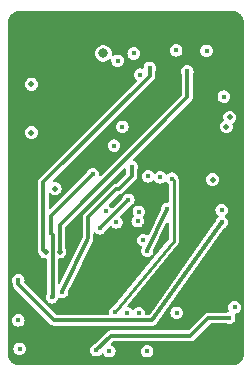
<source format=gbr>
%TF.GenerationSoftware,KiCad,Pcbnew,8.0.0*%
%TF.CreationDate,2024-03-02T14:54:34+03:00*%
%TF.ProjectId,micro17,6d696372-6f31-4372-9e6b-696361645f70,rev?*%
%TF.SameCoordinates,Original*%
%TF.FileFunction,Copper,L3,Inr*%
%TF.FilePolarity,Positive*%
%FSLAX46Y46*%
G04 Gerber Fmt 4.6, Leading zero omitted, Abs format (unit mm)*
G04 Created by KiCad (PCBNEW 8.0.0) date 2024-03-02 14:54:34*
%MOMM*%
%LPD*%
G01*
G04 APERTURE LIST*
%TA.AperFunction,ViaPad*%
%ADD10C,0.450000*%
%TD*%
%TA.AperFunction,ViaPad*%
%ADD11C,0.500000*%
%TD*%
%TA.AperFunction,ViaPad*%
%ADD12C,0.800000*%
%TD*%
%TA.AperFunction,Conductor*%
%ADD13C,0.300000*%
%TD*%
%TA.AperFunction,Conductor*%
%ADD14C,0.250000*%
%TD*%
G04 APERTURE END LIST*
D10*
%TO.N,GND*%
X199617360Y-58126173D03*
%TO.N,/MCU/SWCLK*%
X194256250Y-53343750D03*
%TO.N,/MCU/SWDIO*%
X196826250Y-53373750D03*
%TO.N,GND*%
X196250000Y-75750000D03*
X187250000Y-79750000D03*
X189750000Y-79750000D03*
X193250000Y-79500000D03*
X199500000Y-76250000D03*
X199500000Y-66250000D03*
X199750000Y-68000000D03*
X199750000Y-63250000D03*
X199500000Y-65250000D03*
X182400000Y-79720108D03*
X196200000Y-78800000D03*
%TO.N,BASEBAND_OUT*%
X184600000Y-73800000D03*
%TO.N,AUDIO_OUT_MUTE*%
X189079841Y-75520159D03*
%TO.N,+5V*%
X194300000Y-75550000D03*
%TO.N,AUDIO_IN*%
X199200000Y-75100000D03*
X190101511Y-75575826D03*
%TO.N,Net-(U5C-P2W)*%
X187500000Y-78725002D03*
%TO.N,AUDIO_OUT_FILT*%
X191800000Y-78800000D03*
%TO.N,BASEBAND_OUT_FILT*%
X191099724Y-75575719D03*
D11*
%TO.N,GND*%
X185000000Y-51000000D03*
X185000000Y-53000000D03*
X181000000Y-61000000D03*
X185200000Y-61000000D03*
X199400000Y-52072500D03*
X181000000Y-51000000D03*
D10*
X192000000Y-57500000D03*
X197300000Y-72000000D03*
D11*
X181000000Y-63000000D03*
D10*
X194000000Y-61500000D03*
D11*
X181000000Y-55000000D03*
D10*
X186500000Y-79300000D03*
D11*
X180750000Y-70000000D03*
D10*
X192000000Y-59500000D03*
D11*
X199100000Y-79100000D03*
D10*
X191000000Y-71900000D03*
D11*
X185000000Y-55000000D03*
D10*
X194000000Y-57300000D03*
D11*
X188600000Y-69400000D03*
X181000000Y-75000000D03*
X181000000Y-59000000D03*
D10*
X197800000Y-78400000D03*
D11*
X198750000Y-63250000D03*
X181000000Y-68500000D03*
D10*
X189100000Y-64500000D03*
X186100000Y-68400000D03*
X182960000Y-60300000D03*
X196000000Y-59500000D03*
X196000000Y-61500000D03*
D11*
X198280000Y-53600000D03*
D10*
X190300000Y-55300000D03*
X194400000Y-54800000D03*
X191507567Y-68206053D03*
D11*
X197800000Y-65900000D03*
D10*
X192000000Y-61500000D03*
X183960000Y-61000000D03*
X198800000Y-54600000D03*
X196000000Y-57500000D03*
D11*
X182000000Y-75250000D03*
X183000000Y-73000000D03*
X181000000Y-53000000D03*
X182300000Y-70300000D03*
X183000000Y-53000000D03*
X181000000Y-57000000D03*
X197100000Y-72900000D03*
D10*
X194800000Y-65900000D03*
D11*
X183000000Y-51000000D03*
X181000000Y-65000000D03*
X187000000Y-55000000D03*
D10*
%TO.N,+3V3*%
X191200000Y-55400000D03*
X198300000Y-57250000D03*
D11*
X182000000Y-56200000D03*
D10*
X187200000Y-63800000D03*
D11*
X197350000Y-64290000D03*
D10*
X183650000Y-68800000D03*
D12*
X188100000Y-53600000D03*
D10*
X183750000Y-74250000D03*
%TO.N,+5V*%
X198100000Y-66850000D03*
X189200000Y-67900000D03*
X191475000Y-69397760D03*
D11*
X182000000Y-60300000D03*
D10*
%TO.N,Net-(U4B-+)*%
X191000000Y-67800000D03*
X188301409Y-66976409D03*
%TO.N,/MCU/~{RST}*%
X190660000Y-53600000D03*
X189700000Y-59800000D03*
%TO.N,Net-(C16-Pad2)*%
X190200000Y-66000000D03*
X187800000Y-68400000D03*
%TO.N,Net-(U5A-P0A)*%
X180900000Y-76200000D03*
X191800000Y-70300000D03*
X193501316Y-66750000D03*
%TO.N,Net-(U5B-P1A)*%
X180900000Y-72800000D03*
X198100000Y-67900000D03*
%TO.N,Net-(U5C-P2W)*%
X198750000Y-76000000D03*
%TO.N,I2C_SDA*%
X192023768Y-54823768D03*
D11*
X183200000Y-70400000D03*
D10*
%TO.N,PTT_OUT*%
X191900000Y-64000000D03*
%TO.N,AUDIO_OUT_MUTE*%
X193900000Y-64200000D03*
%TO.N,BASEBAND_IN_FILT*%
X189000000Y-61400000D03*
X191100000Y-67000000D03*
%TO.N,BASEBAND_OUT*%
X190500000Y-63200000D03*
%TO.N,I2C_SCL*%
X195200000Y-55100000D03*
D11*
X184400000Y-70400000D03*
D10*
%TO.N,AUDIO_OUT_FILT*%
X181000000Y-78597151D03*
%TO.N,BASEBAND_IN*%
X188600000Y-78800000D03*
%TO.N,PTT_IN*%
X189300000Y-54200000D03*
D11*
%TO.N,MCU_TX*%
X198500000Y-59800000D03*
%TO.N,MCU_RX*%
X198800000Y-59000000D03*
D10*
%TO.N,BASEBAND_BYPASS*%
X192906587Y-64093413D03*
D11*
%TO.N,+5VD*%
X184000000Y-65037501D03*
%TD*%
D13*
%TO.N,Net-(U5C-P2W)*%
X188725002Y-77500000D02*
X187500000Y-78725002D01*
X195467539Y-77500000D02*
X188725002Y-77500000D01*
X198750000Y-76000000D02*
X196967539Y-76000000D01*
X196967539Y-76000000D02*
X195467539Y-77500000D01*
%TO.N,Net-(U5B-P1A)*%
X192250000Y-76200000D02*
X198100000Y-67900000D01*
X183950000Y-76200000D02*
X192250000Y-76200000D01*
X180900000Y-73150000D02*
X183950000Y-76200000D01*
X180900000Y-72800000D02*
X180900000Y-73150000D01*
D14*
%TO.N,AUDIO_OUT_MUTE*%
X193900000Y-64200000D02*
X194051316Y-64351316D01*
X194051316Y-69500000D02*
X189079841Y-75520159D01*
X194051316Y-64351316D02*
X194051316Y-69500000D01*
D13*
%TO.N,BASEBAND_OUT*%
X189202818Y-65075000D02*
X189425000Y-65075000D01*
X186800000Y-67477818D02*
X189202818Y-65075000D01*
X189425000Y-65075000D02*
X190500000Y-64000000D01*
X186800000Y-69250000D02*
X186800000Y-67477818D01*
X190500000Y-64000000D02*
X190500000Y-63200000D01*
X184600000Y-73800000D02*
X186800000Y-69250000D01*
%TO.N,Net-(U5A-P0A)*%
X193501316Y-66750000D02*
X191800000Y-70300000D01*
%TO.N,+3V3*%
X183800000Y-74200000D02*
X183800000Y-68950000D01*
X183750000Y-74250000D02*
X183800000Y-74200000D01*
X183800000Y-68950000D02*
X183650000Y-68800000D01*
%TO.N,Net-(C16-Pad2)*%
X190200000Y-66022182D02*
X190200000Y-66000000D01*
X187822182Y-68400000D02*
X190200000Y-66022182D01*
X187800000Y-68400000D02*
X187822182Y-68400000D01*
%TO.N,+3V3*%
X183650000Y-67350000D02*
X187200000Y-63800000D01*
X183650000Y-68800000D02*
X183650000Y-67350000D01*
%TO.N,I2C_SDA*%
X192023768Y-55476232D02*
X192023768Y-54823768D01*
X183000000Y-64500000D02*
X192023768Y-55476232D01*
X183200000Y-70400000D02*
X183000000Y-70200000D01*
X183000000Y-70200000D02*
X183000000Y-64500000D01*
%TO.N,I2C_SCL*%
X184400000Y-70400000D02*
X184400000Y-68100000D01*
X195200000Y-57300000D02*
X195200000Y-55100000D01*
X184400000Y-68100000D02*
X195200000Y-57300000D01*
%TD*%
%TA.AperFunction,Conductor*%
%TO.N,GND*%
G36*
X189944140Y-63299476D02*
G01*
X189991775Y-63347111D01*
X189995358Y-63354884D01*
X190041203Y-63465566D01*
X190049500Y-63507278D01*
X190049500Y-63768246D01*
X190028683Y-63832315D01*
X190017575Y-63845321D01*
X189270322Y-64592575D01*
X189210298Y-64623158D01*
X189193247Y-64624500D01*
X189143509Y-64624500D01*
X189053144Y-64648713D01*
X189028931Y-64655200D01*
X188926206Y-64714508D01*
X186439510Y-67201205D01*
X186380202Y-67303927D01*
X186374573Y-67324937D01*
X186349500Y-67418507D01*
X186349500Y-69121833D01*
X186338631Y-69169281D01*
X184457631Y-73059530D01*
X184411000Y-73108148D01*
X184344698Y-73120072D01*
X184284050Y-73090748D01*
X184252221Y-73031376D01*
X184250500Y-73012082D01*
X184250500Y-71059858D01*
X184271317Y-70995789D01*
X184325817Y-70956193D01*
X184373727Y-70951791D01*
X184391855Y-70954177D01*
X184399999Y-70955250D01*
X184400000Y-70955250D01*
X184400003Y-70955250D01*
X184543704Y-70936331D01*
X184543706Y-70936330D01*
X184543709Y-70936330D01*
X184677625Y-70880861D01*
X184792621Y-70792621D01*
X184880861Y-70677625D01*
X184936330Y-70543709D01*
X184938178Y-70529677D01*
X184955250Y-70400002D01*
X184955250Y-70399997D01*
X184936331Y-70256295D01*
X184936329Y-70256288D01*
X184897610Y-70162811D01*
X184880861Y-70122375D01*
X184873023Y-70112160D01*
X184850537Y-70048657D01*
X184850500Y-70045807D01*
X184850500Y-68331752D01*
X184871317Y-68267683D01*
X184882419Y-68254683D01*
X189817582Y-63319519D01*
X189877604Y-63288938D01*
X189944140Y-63299476D01*
G37*
%TD.AperFunction*%
%TA.AperFunction,Conductor*%
G36*
X198975829Y-50000002D02*
G01*
X198976531Y-50000006D01*
X198999418Y-50000146D01*
X199000525Y-50000159D01*
X199024479Y-50000599D01*
X199024500Y-50000600D01*
X199046812Y-50001147D01*
X199051434Y-50001359D01*
X199093355Y-50004191D01*
X199102646Y-50005222D01*
X199144141Y-50011636D01*
X199148714Y-50012444D01*
X199192022Y-50021059D01*
X199197191Y-50022219D01*
X199284397Y-50044063D01*
X199294633Y-50047168D01*
X199376725Y-50076542D01*
X199386585Y-50080626D01*
X199465425Y-50117914D01*
X199474850Y-50122953D01*
X199549641Y-50167781D01*
X199558535Y-50173723D01*
X199628569Y-50225663D01*
X199636825Y-50232439D01*
X199701453Y-50291014D01*
X199708985Y-50298546D01*
X199767558Y-50363171D01*
X199774336Y-50371430D01*
X199826276Y-50441463D01*
X199832217Y-50450355D01*
X199877050Y-50525154D01*
X199882086Y-50534575D01*
X199919370Y-50613407D01*
X199923463Y-50623289D01*
X199952830Y-50705365D01*
X199955936Y-50715602D01*
X199977777Y-50802798D01*
X199978949Y-50808017D01*
X199987549Y-50851252D01*
X199988363Y-50855863D01*
X199994776Y-50897343D01*
X199995808Y-50906648D01*
X199998639Y-50948543D01*
X199998854Y-50953226D01*
X199999388Y-50975054D01*
X199999403Y-50975715D01*
X199999838Y-50999361D01*
X199999854Y-51000697D01*
X199999998Y-51024166D01*
X200000000Y-51024835D01*
X200000000Y-78975164D01*
X199999998Y-78975833D01*
X199999854Y-78999302D01*
X199999838Y-79000638D01*
X199999403Y-79024284D01*
X199999388Y-79024945D01*
X199998854Y-79046773D01*
X199998639Y-79051456D01*
X199995808Y-79093351D01*
X199994776Y-79102656D01*
X199988363Y-79144136D01*
X199987549Y-79148747D01*
X199978949Y-79191982D01*
X199977777Y-79197201D01*
X199955936Y-79284397D01*
X199952830Y-79294634D01*
X199923463Y-79376710D01*
X199919370Y-79386593D01*
X199882089Y-79465417D01*
X199877046Y-79474850D01*
X199832218Y-79549641D01*
X199826276Y-79558535D01*
X199774336Y-79628569D01*
X199767550Y-79636838D01*
X199709001Y-79701437D01*
X199701442Y-79708995D01*
X199636838Y-79767550D01*
X199628569Y-79774336D01*
X199558535Y-79826276D01*
X199549641Y-79832218D01*
X199474850Y-79877046D01*
X199465417Y-79882089D01*
X199386593Y-79919370D01*
X199376710Y-79923463D01*
X199294634Y-79952830D01*
X199284397Y-79955936D01*
X199197201Y-79977777D01*
X199191982Y-79978949D01*
X199148747Y-79987549D01*
X199144136Y-79988363D01*
X199102656Y-79994776D01*
X199093351Y-79995808D01*
X199051456Y-79998639D01*
X199046773Y-79998854D01*
X199024945Y-79999388D01*
X199024284Y-79999403D01*
X199000638Y-79999838D01*
X198999302Y-79999854D01*
X198976596Y-79999993D01*
X198975831Y-79999998D01*
X198975165Y-80000000D01*
X181024835Y-80000000D01*
X181024168Y-79999998D01*
X181023385Y-79999993D01*
X181000697Y-79999854D01*
X180999361Y-79999838D01*
X180975715Y-79999403D01*
X180975054Y-79999388D01*
X180953226Y-79998854D01*
X180948543Y-79998639D01*
X180906648Y-79995808D01*
X180897343Y-79994776D01*
X180855863Y-79988363D01*
X180851252Y-79987549D01*
X180840735Y-79985457D01*
X180808007Y-79978946D01*
X180802798Y-79977777D01*
X180715602Y-79955936D01*
X180705365Y-79952830D01*
X180623289Y-79923463D01*
X180613411Y-79919372D01*
X180534582Y-79882089D01*
X180525149Y-79877047D01*
X180450361Y-79832221D01*
X180441468Y-79826278D01*
X180371431Y-79774336D01*
X180363171Y-79767558D01*
X180298546Y-79708985D01*
X180291014Y-79701453D01*
X180232439Y-79636825D01*
X180225663Y-79628569D01*
X180173723Y-79558535D01*
X180167781Y-79549641D01*
X180122953Y-79474850D01*
X180117914Y-79465425D01*
X180080626Y-79386585D01*
X180076541Y-79376721D01*
X180047168Y-79294630D01*
X180044062Y-79284393D01*
X180037707Y-79259023D01*
X180022219Y-79197191D01*
X180021059Y-79192022D01*
X180012444Y-79148714D01*
X180011636Y-79144136D01*
X180009016Y-79127186D01*
X180005222Y-79102646D01*
X180004191Y-79093355D01*
X180001359Y-79051434D01*
X180001147Y-79046812D01*
X180000600Y-79024487D01*
X180000159Y-79000525D01*
X180000146Y-78999418D01*
X180000002Y-78975828D01*
X180000000Y-78975164D01*
X180000000Y-78597153D01*
X180469965Y-78597153D01*
X180488024Y-78734329D01*
X180488026Y-78734336D01*
X180540974Y-78862165D01*
X180540976Y-78862169D01*
X180598538Y-78937185D01*
X180625209Y-78971942D01*
X180625213Y-78971945D01*
X180625214Y-78971946D01*
X180629408Y-78975164D01*
X180734982Y-79056175D01*
X180798899Y-79082650D01*
X180862814Y-79109124D01*
X180862821Y-79109126D01*
X180999997Y-79127186D01*
X181000000Y-79127186D01*
X181000003Y-79127186D01*
X181137178Y-79109126D01*
X181137180Y-79109125D01*
X181137183Y-79109125D01*
X181265018Y-79056175D01*
X181374791Y-78971942D01*
X181459024Y-78862169D01*
X181511974Y-78734334D01*
X181513203Y-78725004D01*
X186969965Y-78725004D01*
X186988024Y-78862180D01*
X186988026Y-78862187D01*
X187040974Y-78990016D01*
X187040976Y-78990020D01*
X187120265Y-79093351D01*
X187125209Y-79099793D01*
X187125213Y-79099796D01*
X187125214Y-79099797D01*
X187137372Y-79109126D01*
X187234982Y-79184026D01*
X187266766Y-79197191D01*
X187362814Y-79236975D01*
X187362821Y-79236977D01*
X187499997Y-79255037D01*
X187500000Y-79255037D01*
X187500003Y-79255037D01*
X187637178Y-79236977D01*
X187637180Y-79236976D01*
X187637183Y-79236976D01*
X187765018Y-79184026D01*
X187874791Y-79099793D01*
X187942087Y-79012092D01*
X187997601Y-78973939D01*
X188064944Y-78975702D01*
X188118389Y-79016712D01*
X188129262Y-79036738D01*
X188140974Y-79065014D01*
X188140976Y-79065018D01*
X188167655Y-79099787D01*
X188225209Y-79174791D01*
X188225213Y-79174794D01*
X188225214Y-79174795D01*
X188254401Y-79197191D01*
X188334982Y-79259024D01*
X188396229Y-79284393D01*
X188462814Y-79311973D01*
X188462821Y-79311975D01*
X188599997Y-79330035D01*
X188600000Y-79330035D01*
X188600003Y-79330035D01*
X188737178Y-79311975D01*
X188737180Y-79311974D01*
X188737183Y-79311974D01*
X188865018Y-79259024D01*
X188974791Y-79174791D01*
X189059024Y-79065018D01*
X189111974Y-78937183D01*
X189130035Y-78800002D01*
X191269965Y-78800002D01*
X191288024Y-78937178D01*
X191288026Y-78937185D01*
X191340974Y-79065014D01*
X191340976Y-79065018D01*
X191367655Y-79099787D01*
X191425209Y-79174791D01*
X191425213Y-79174794D01*
X191425214Y-79174795D01*
X191454401Y-79197191D01*
X191534982Y-79259024D01*
X191596229Y-79284393D01*
X191662814Y-79311973D01*
X191662821Y-79311975D01*
X191799997Y-79330035D01*
X191800000Y-79330035D01*
X191800003Y-79330035D01*
X191937178Y-79311975D01*
X191937180Y-79311974D01*
X191937183Y-79311974D01*
X192065018Y-79259024D01*
X192174791Y-79174791D01*
X192259024Y-79065018D01*
X192311974Y-78937183D01*
X192330035Y-78800000D01*
X192330035Y-78799997D01*
X192311975Y-78662821D01*
X192311973Y-78662814D01*
X192259023Y-78534981D01*
X192174795Y-78425214D01*
X192174794Y-78425213D01*
X192174791Y-78425209D01*
X192174786Y-78425205D01*
X192174785Y-78425204D01*
X192065018Y-78340976D01*
X192065014Y-78340974D01*
X191937185Y-78288026D01*
X191937178Y-78288024D01*
X191800003Y-78269965D01*
X191799997Y-78269965D01*
X191662821Y-78288024D01*
X191662814Y-78288026D01*
X191534981Y-78340976D01*
X191425214Y-78425204D01*
X191425204Y-78425214D01*
X191340976Y-78534981D01*
X191288026Y-78662814D01*
X191288024Y-78662821D01*
X191269965Y-78799997D01*
X191269965Y-78800002D01*
X189130035Y-78800002D01*
X189130035Y-78800000D01*
X189130035Y-78799997D01*
X189111975Y-78662821D01*
X189111973Y-78662814D01*
X189059023Y-78534981D01*
X188974795Y-78425214D01*
X188974794Y-78425213D01*
X188974791Y-78425209D01*
X188974786Y-78425205D01*
X188974785Y-78425204D01*
X188865018Y-78340976D01*
X188865016Y-78340975D01*
X188772563Y-78302680D01*
X188721338Y-78258929D01*
X188705612Y-78193425D01*
X188731392Y-78131187D01*
X188737202Y-78124902D01*
X188879681Y-77982425D01*
X188939704Y-77951842D01*
X188956755Y-77950500D01*
X195526847Y-77950500D01*
X195526848Y-77950500D01*
X195617212Y-77926286D01*
X195641426Y-77919799D01*
X195744153Y-77860489D01*
X197122217Y-76482425D01*
X197182241Y-76451842D01*
X197199292Y-76450500D01*
X198442722Y-76450500D01*
X198484434Y-76458797D01*
X198612814Y-76511973D01*
X198612821Y-76511975D01*
X198749997Y-76530035D01*
X198750000Y-76530035D01*
X198750003Y-76530035D01*
X198887178Y-76511975D01*
X198887180Y-76511974D01*
X198887183Y-76511974D01*
X199015018Y-76459024D01*
X199124791Y-76374791D01*
X199209024Y-76265018D01*
X199261974Y-76137183D01*
X199271765Y-76062821D01*
X199280035Y-76000002D01*
X199280035Y-75999997D01*
X199261975Y-75862821D01*
X199261974Y-75862817D01*
X199242175Y-75815018D01*
X199221693Y-75765570D01*
X199216409Y-75698416D01*
X199251607Y-75640977D01*
X199308167Y-75615794D01*
X199337183Y-75611974D01*
X199465018Y-75559024D01*
X199574791Y-75474791D01*
X199659024Y-75365018D01*
X199711974Y-75237183D01*
X199716733Y-75201040D01*
X199730035Y-75100002D01*
X199730035Y-75099997D01*
X199711975Y-74962821D01*
X199711973Y-74962814D01*
X199659023Y-74834981D01*
X199574795Y-74725214D01*
X199574794Y-74725213D01*
X199574791Y-74725209D01*
X199574786Y-74725205D01*
X199574785Y-74725204D01*
X199465018Y-74640976D01*
X199465014Y-74640974D01*
X199337185Y-74588026D01*
X199337178Y-74588024D01*
X199200003Y-74569965D01*
X199199997Y-74569965D01*
X199062821Y-74588024D01*
X199062814Y-74588026D01*
X198934981Y-74640976D01*
X198825214Y-74725204D01*
X198825204Y-74725214D01*
X198740976Y-74834981D01*
X198688026Y-74962814D01*
X198688024Y-74962821D01*
X198669965Y-75099997D01*
X198669965Y-75100002D01*
X198688024Y-75237178D01*
X198688026Y-75237185D01*
X198728304Y-75334426D01*
X198733589Y-75401585D01*
X198698390Y-75459023D01*
X198641831Y-75484205D01*
X198612821Y-75488025D01*
X198612814Y-75488026D01*
X198484435Y-75541203D01*
X198442723Y-75549500D01*
X196908226Y-75549500D01*
X196793656Y-75580199D01*
X196793653Y-75580201D01*
X196750235Y-75605268D01*
X196750233Y-75605268D01*
X196690926Y-75639510D01*
X195312861Y-77017575D01*
X195252837Y-77048158D01*
X195235786Y-77049500D01*
X188665689Y-77049500D01*
X188551119Y-77080199D01*
X188551116Y-77080201D01*
X188507698Y-77105268D01*
X188507696Y-77105268D01*
X188448389Y-77139510D01*
X187398723Y-78189174D01*
X187363361Y-78212802D01*
X187234980Y-78265979D01*
X187125214Y-78350206D01*
X187125204Y-78350216D01*
X187040976Y-78459983D01*
X186988026Y-78587816D01*
X186988024Y-78587823D01*
X186969965Y-78724999D01*
X186969965Y-78725004D01*
X181513203Y-78725004D01*
X181530035Y-78597153D01*
X181530035Y-78597148D01*
X181511975Y-78459972D01*
X181511973Y-78459965D01*
X181466512Y-78350211D01*
X181459024Y-78332134D01*
X181459023Y-78332133D01*
X181459023Y-78332132D01*
X181374795Y-78222365D01*
X181374794Y-78222364D01*
X181374791Y-78222360D01*
X181374786Y-78222356D01*
X181374785Y-78222355D01*
X181265018Y-78138127D01*
X181265014Y-78138125D01*
X181137185Y-78085177D01*
X181137178Y-78085175D01*
X181000003Y-78067116D01*
X180999997Y-78067116D01*
X180862821Y-78085175D01*
X180862814Y-78085177D01*
X180734981Y-78138127D01*
X180625214Y-78222355D01*
X180625204Y-78222365D01*
X180540976Y-78332132D01*
X180488026Y-78459965D01*
X180488024Y-78459972D01*
X180469965Y-78597148D01*
X180469965Y-78597153D01*
X180000000Y-78597153D01*
X180000000Y-76200002D01*
X180369965Y-76200002D01*
X180388024Y-76337178D01*
X180388026Y-76337185D01*
X180440974Y-76465014D01*
X180440976Y-76465018D01*
X180518537Y-76566097D01*
X180525209Y-76574791D01*
X180525213Y-76574794D01*
X180525214Y-76574795D01*
X180551191Y-76594728D01*
X180634982Y-76659024D01*
X180698899Y-76685499D01*
X180762814Y-76711973D01*
X180762821Y-76711975D01*
X180899997Y-76730035D01*
X180900000Y-76730035D01*
X180900003Y-76730035D01*
X181037178Y-76711975D01*
X181037180Y-76711974D01*
X181037183Y-76711974D01*
X181165018Y-76659024D01*
X181274791Y-76574791D01*
X181359024Y-76465018D01*
X181411974Y-76337183D01*
X181430035Y-76200000D01*
X181421765Y-76137183D01*
X181411975Y-76062821D01*
X181411973Y-76062814D01*
X181359023Y-75934981D01*
X181274795Y-75825214D01*
X181274794Y-75825213D01*
X181274791Y-75825209D01*
X181274786Y-75825205D01*
X181274785Y-75825204D01*
X181165018Y-75740976D01*
X181165014Y-75740974D01*
X181037185Y-75688026D01*
X181037178Y-75688024D01*
X180900003Y-75669965D01*
X180899997Y-75669965D01*
X180762821Y-75688024D01*
X180762814Y-75688026D01*
X180634981Y-75740976D01*
X180525214Y-75825204D01*
X180525204Y-75825214D01*
X180440976Y-75934981D01*
X180388026Y-76062814D01*
X180388024Y-76062821D01*
X180369965Y-76199997D01*
X180369965Y-76200002D01*
X180000000Y-76200002D01*
X180000000Y-72800002D01*
X180369965Y-72800002D01*
X180388024Y-72937178D01*
X180388026Y-72937185D01*
X180441203Y-73065566D01*
X180449500Y-73107278D01*
X180449500Y-73209310D01*
X180465753Y-73269965D01*
X180465753Y-73269966D01*
X180480201Y-73323887D01*
X180480200Y-73323887D01*
X180527495Y-73405802D01*
X180539511Y-73426614D01*
X183673386Y-76560489D01*
X183732696Y-76594731D01*
X183754405Y-76607265D01*
X183776113Y-76619799D01*
X183890687Y-76650499D01*
X183890691Y-76650500D01*
X192224719Y-76650500D01*
X192234555Y-76650945D01*
X192268417Y-76654013D01*
X192268417Y-76654012D01*
X192268418Y-76654013D01*
X192275539Y-76652779D01*
X192279479Y-76652098D01*
X192298075Y-76650500D01*
X192309308Y-76650500D01*
X192309309Y-76650500D01*
X192342190Y-76641688D01*
X192351771Y-76639580D01*
X192385298Y-76633776D01*
X192395490Y-76629061D01*
X192413030Y-76622707D01*
X192423886Y-76619799D01*
X192453366Y-76602776D01*
X192462062Y-76598267D01*
X192492958Y-76583978D01*
X192501583Y-76576784D01*
X192516888Y-76566102D01*
X192526613Y-76560489D01*
X192550671Y-76536430D01*
X192557917Y-76529810D01*
X192584060Y-76508012D01*
X192590529Y-76498832D01*
X192602549Y-76484552D01*
X192610489Y-76476613D01*
X192627509Y-76447131D01*
X192632787Y-76438876D01*
X193259282Y-75550002D01*
X193769965Y-75550002D01*
X193788024Y-75687178D01*
X193788026Y-75687185D01*
X193840974Y-75815014D01*
X193840976Y-75815018D01*
X193925209Y-75924791D01*
X194034982Y-76009024D01*
X194098899Y-76035499D01*
X194162814Y-76061973D01*
X194162821Y-76061975D01*
X194299997Y-76080035D01*
X194300000Y-76080035D01*
X194300003Y-76080035D01*
X194437178Y-76061975D01*
X194437180Y-76061974D01*
X194437183Y-76061974D01*
X194565018Y-76009024D01*
X194674791Y-75924791D01*
X194759024Y-75815018D01*
X194811974Y-75687183D01*
X194818058Y-75640977D01*
X194830035Y-75550002D01*
X194830035Y-75549997D01*
X194811975Y-75412821D01*
X194811973Y-75412814D01*
X194759023Y-75284981D01*
X194674795Y-75175214D01*
X194674794Y-75175213D01*
X194674791Y-75175209D01*
X194674786Y-75175205D01*
X194674785Y-75175204D01*
X194565018Y-75090976D01*
X194565014Y-75090974D01*
X194437185Y-75038026D01*
X194437178Y-75038024D01*
X194300003Y-75019965D01*
X194299997Y-75019965D01*
X194162821Y-75038024D01*
X194162814Y-75038026D01*
X194034981Y-75090976D01*
X193925214Y-75175204D01*
X193925204Y-75175214D01*
X193840976Y-75284981D01*
X193788026Y-75412814D01*
X193788024Y-75412821D01*
X193769965Y-75549997D01*
X193769965Y-75550002D01*
X193259282Y-75550002D01*
X198294007Y-68406717D01*
X198341391Y-68368810D01*
X198365016Y-68359025D01*
X198365016Y-68359024D01*
X198365018Y-68359024D01*
X198474791Y-68274791D01*
X198559024Y-68165018D01*
X198611974Y-68037183D01*
X198613551Y-68025209D01*
X198630035Y-67900002D01*
X198630035Y-67899997D01*
X198611975Y-67762821D01*
X198611973Y-67762814D01*
X198559023Y-67634981D01*
X198474795Y-67525214D01*
X198474794Y-67525213D01*
X198474791Y-67525209D01*
X198474786Y-67525205D01*
X198474785Y-67525204D01*
X198391732Y-67461475D01*
X198353576Y-67405957D01*
X198355339Y-67338615D01*
X198391732Y-67288525D01*
X198474791Y-67224791D01*
X198559024Y-67115018D01*
X198611974Y-66987183D01*
X198630035Y-66850000D01*
X198627283Y-66829094D01*
X198611975Y-66712821D01*
X198611973Y-66712814D01*
X198565914Y-66601618D01*
X198559024Y-66584983D01*
X198559023Y-66584982D01*
X198559023Y-66584981D01*
X198474795Y-66475214D01*
X198474794Y-66475213D01*
X198474791Y-66475209D01*
X198474786Y-66475205D01*
X198474785Y-66475204D01*
X198365018Y-66390976D01*
X198365014Y-66390974D01*
X198237185Y-66338026D01*
X198237178Y-66338024D01*
X198100003Y-66319965D01*
X198099997Y-66319965D01*
X197962821Y-66338024D01*
X197962814Y-66338026D01*
X197834981Y-66390976D01*
X197725214Y-66475204D01*
X197725204Y-66475214D01*
X197640976Y-66584981D01*
X197588026Y-66712814D01*
X197588024Y-66712821D01*
X197569965Y-66849997D01*
X197569965Y-66850002D01*
X197588024Y-66987178D01*
X197588026Y-66987185D01*
X197640974Y-67115014D01*
X197640976Y-67115018D01*
X197707110Y-67201205D01*
X197725209Y-67224791D01*
X197808267Y-67288525D01*
X197846423Y-67344041D01*
X197844660Y-67411384D01*
X197808268Y-67461474D01*
X197725211Y-67525207D01*
X197725204Y-67525214D01*
X197640976Y-67634981D01*
X197588026Y-67762814D01*
X197588024Y-67762821D01*
X197578319Y-67836534D01*
X197559346Y-67885100D01*
X192048934Y-75703295D01*
X191995009Y-75743671D01*
X191959840Y-75749500D01*
X191731171Y-75749500D01*
X191667102Y-75728683D01*
X191627506Y-75674183D01*
X191623103Y-75626273D01*
X191624050Y-75619082D01*
X191629759Y-75575719D01*
X191616471Y-75474791D01*
X191611699Y-75438540D01*
X191611697Y-75438533D01*
X191558747Y-75310700D01*
X191474519Y-75200933D01*
X191474518Y-75200932D01*
X191474515Y-75200928D01*
X191474510Y-75200924D01*
X191474509Y-75200923D01*
X191364742Y-75116695D01*
X191364738Y-75116693D01*
X191236909Y-75063745D01*
X191236902Y-75063743D01*
X191099727Y-75045684D01*
X191099721Y-75045684D01*
X190962545Y-75063743D01*
X190962538Y-75063745D01*
X190834705Y-75116695D01*
X190724938Y-75200923D01*
X190724931Y-75200930D01*
X190687051Y-75250296D01*
X190631532Y-75288452D01*
X190564190Y-75286687D01*
X190514101Y-75250295D01*
X190476306Y-75201040D01*
X190476305Y-75201039D01*
X190476302Y-75201035D01*
X190476297Y-75201031D01*
X190476296Y-75201030D01*
X190366529Y-75116802D01*
X190366525Y-75116800D01*
X190238696Y-75063852D01*
X190238691Y-75063851D01*
X190226220Y-75062209D01*
X190165418Y-75033205D01*
X190133276Y-74974001D01*
X190142072Y-74907212D01*
X190156401Y-74884742D01*
X194363217Y-69790540D01*
X194370159Y-69782903D01*
X194391801Y-69761263D01*
X194397482Y-69751420D01*
X194407839Y-69736507D01*
X194408994Y-69735107D01*
X194415076Y-69727744D01*
X194427783Y-69699925D01*
X194432530Y-69690717D01*
X194447819Y-69664237D01*
X194450762Y-69653250D01*
X194456898Y-69636184D01*
X194461626Y-69625836D01*
X194466703Y-69595650D01*
X194468899Y-69585560D01*
X194476816Y-69556018D01*
X194476816Y-69544648D01*
X194478327Y-69526561D01*
X194480213Y-69515351D01*
X194477309Y-69484916D01*
X194476816Y-69474562D01*
X194476816Y-64295298D01*
X194476815Y-64295294D01*
X194475397Y-64290002D01*
X196794750Y-64290002D01*
X196813668Y-64433704D01*
X196813670Y-64433711D01*
X196869139Y-64567626D01*
X196951365Y-64674784D01*
X196957379Y-64682621D01*
X196957383Y-64682624D01*
X196957384Y-64682625D01*
X197072373Y-64770860D01*
X197206288Y-64826329D01*
X197206295Y-64826331D01*
X197349997Y-64845250D01*
X197350000Y-64845250D01*
X197350003Y-64845250D01*
X197493704Y-64826331D01*
X197493706Y-64826330D01*
X197493709Y-64826330D01*
X197627625Y-64770861D01*
X197742621Y-64682621D01*
X197830861Y-64567625D01*
X197886330Y-64433709D01*
X197894087Y-64374795D01*
X197905250Y-64290002D01*
X197905250Y-64289997D01*
X197886331Y-64146295D01*
X197886329Y-64146288D01*
X197830860Y-64012373D01*
X197742625Y-63897384D01*
X197742624Y-63897383D01*
X197742621Y-63897379D01*
X197742616Y-63897375D01*
X197742615Y-63897374D01*
X197627626Y-63809139D01*
X197493711Y-63753670D01*
X197493704Y-63753668D01*
X197350003Y-63734750D01*
X197349997Y-63734750D01*
X197206295Y-63753668D01*
X197206288Y-63753670D01*
X197072373Y-63809139D01*
X196957384Y-63897374D01*
X196957374Y-63897384D01*
X196869139Y-64012373D01*
X196813670Y-64146288D01*
X196813668Y-64146295D01*
X196794750Y-64289997D01*
X196794750Y-64290002D01*
X194475397Y-64290002D01*
X194475396Y-64289998D01*
X194475394Y-64289992D01*
X194457547Y-64223386D01*
X194447819Y-64187079D01*
X194447818Y-64187078D01*
X194447819Y-64187078D01*
X194433418Y-64162136D01*
X194419748Y-64121868D01*
X194411974Y-64062817D01*
X194410521Y-64059310D01*
X194376145Y-63976318D01*
X194359024Y-63934983D01*
X194359023Y-63934982D01*
X194359023Y-63934981D01*
X194274795Y-63825214D01*
X194274794Y-63825213D01*
X194274791Y-63825209D01*
X194274786Y-63825205D01*
X194274785Y-63825204D01*
X194165018Y-63740976D01*
X194165014Y-63740974D01*
X194037185Y-63688026D01*
X194037178Y-63688024D01*
X193900003Y-63669965D01*
X193899997Y-63669965D01*
X193762821Y-63688024D01*
X193762814Y-63688026D01*
X193634981Y-63740976D01*
X193525207Y-63825209D01*
X193521402Y-63829015D01*
X193461377Y-63859595D01*
X193394842Y-63849053D01*
X193357857Y-63818291D01*
X193350834Y-63809139D01*
X193281378Y-63718622D01*
X193281373Y-63718618D01*
X193281372Y-63718617D01*
X193171605Y-63634389D01*
X193171601Y-63634387D01*
X193043772Y-63581439D01*
X193043765Y-63581437D01*
X192906590Y-63563378D01*
X192906584Y-63563378D01*
X192769408Y-63581437D01*
X192769401Y-63581439D01*
X192641568Y-63634389D01*
X192531801Y-63718617D01*
X192531791Y-63718627D01*
X192525606Y-63726688D01*
X192470087Y-63764843D01*
X192402744Y-63763077D01*
X192352658Y-63726686D01*
X192281835Y-63634389D01*
X192274791Y-63625209D01*
X192274786Y-63625205D01*
X192274785Y-63625204D01*
X192165018Y-63540976D01*
X192165014Y-63540974D01*
X192037185Y-63488026D01*
X192037178Y-63488024D01*
X191900003Y-63469965D01*
X191899997Y-63469965D01*
X191762821Y-63488024D01*
X191762814Y-63488026D01*
X191634981Y-63540976D01*
X191525214Y-63625204D01*
X191525204Y-63625214D01*
X191440976Y-63734981D01*
X191388026Y-63862814D01*
X191388024Y-63862821D01*
X191369965Y-63999997D01*
X191369965Y-64000002D01*
X191388024Y-64137178D01*
X191388026Y-64137185D01*
X191440974Y-64265014D01*
X191440976Y-64265018D01*
X191489742Y-64328571D01*
X191525209Y-64374791D01*
X191634982Y-64459024D01*
X191686563Y-64480389D01*
X191762814Y-64511973D01*
X191762821Y-64511975D01*
X191899997Y-64530035D01*
X191900000Y-64530035D01*
X191900003Y-64530035D01*
X192037178Y-64511975D01*
X192037180Y-64511974D01*
X192037183Y-64511974D01*
X192165018Y-64459024D01*
X192274791Y-64374791D01*
X192280979Y-64366727D01*
X192336497Y-64328571D01*
X192403839Y-64330334D01*
X192453929Y-64366727D01*
X192528881Y-64464406D01*
X192531796Y-64468204D01*
X192531799Y-64468206D01*
X192531801Y-64468208D01*
X192550102Y-64482251D01*
X192641569Y-64552437D01*
X192678237Y-64567625D01*
X192769401Y-64605386D01*
X192769408Y-64605388D01*
X192906584Y-64623448D01*
X192906587Y-64623448D01*
X192906590Y-64623448D01*
X193043765Y-64605388D01*
X193043767Y-64605387D01*
X193043770Y-64605387D01*
X193171605Y-64552437D01*
X193281378Y-64468204D01*
X193281384Y-64468195D01*
X193285175Y-64464406D01*
X193345197Y-64433819D01*
X193411733Y-64444353D01*
X193448727Y-64475119D01*
X193525209Y-64574791D01*
X193583172Y-64619268D01*
X193621327Y-64674784D01*
X193625816Y-64705742D01*
X193625816Y-66112065D01*
X193604999Y-66176134D01*
X193550499Y-66215730D01*
X193508460Y-66219593D01*
X193508460Y-66219965D01*
X193504418Y-66219965D01*
X193502591Y-66220132D01*
X193501316Y-66219965D01*
X193501314Y-66219965D01*
X193501313Y-66219965D01*
X193364137Y-66238024D01*
X193364130Y-66238026D01*
X193236297Y-66290976D01*
X193126530Y-66375204D01*
X193126520Y-66375214D01*
X193042292Y-66484981D01*
X192989342Y-66612814D01*
X192989340Y-66612821D01*
X192971281Y-66749997D01*
X192971281Y-66749999D01*
X192973619Y-66767762D01*
X192963846Y-66829094D01*
X191953663Y-68936963D01*
X191907201Y-68985743D01*
X191840941Y-68997897D01*
X191789013Y-68976332D01*
X191740018Y-68938736D01*
X191740013Y-68938734D01*
X191740014Y-68938734D01*
X191612185Y-68885786D01*
X191612178Y-68885784D01*
X191475003Y-68867725D01*
X191474997Y-68867725D01*
X191337821Y-68885784D01*
X191337814Y-68885786D01*
X191209981Y-68938736D01*
X191100214Y-69022964D01*
X191100204Y-69022974D01*
X191015976Y-69132741D01*
X190963026Y-69260574D01*
X190963024Y-69260581D01*
X190944965Y-69397757D01*
X190944965Y-69397762D01*
X190963024Y-69534938D01*
X190963026Y-69534945D01*
X191015974Y-69662774D01*
X191015976Y-69662778D01*
X191077941Y-69743532D01*
X191100209Y-69772551D01*
X191209982Y-69856784D01*
X191209987Y-69856786D01*
X191284090Y-69887480D01*
X191335316Y-69931229D01*
X191351043Y-69996734D01*
X191343082Y-70029894D01*
X191288027Y-70162811D01*
X191288024Y-70162821D01*
X191269965Y-70299997D01*
X191269965Y-70300002D01*
X191288024Y-70437178D01*
X191288026Y-70437185D01*
X191340974Y-70565014D01*
X191340976Y-70565018D01*
X191425209Y-70674791D01*
X191425213Y-70674794D01*
X191425214Y-70674795D01*
X191470484Y-70709532D01*
X191534982Y-70759024D01*
X191598899Y-70785499D01*
X191662814Y-70811973D01*
X191662821Y-70811975D01*
X191799997Y-70830035D01*
X191800000Y-70830035D01*
X191800003Y-70830035D01*
X191937178Y-70811975D01*
X191937180Y-70811974D01*
X191937183Y-70811974D01*
X192065018Y-70759024D01*
X192174791Y-70674791D01*
X192259024Y-70565018D01*
X192311974Y-70437183D01*
X192316870Y-70400000D01*
X192330035Y-70300002D01*
X192330035Y-70300001D01*
X192330035Y-70300000D01*
X192327696Y-70282238D01*
X192337467Y-70220905D01*
X193418521Y-67965157D01*
X193464983Y-67916378D01*
X193531243Y-67904224D01*
X193591993Y-67933338D01*
X193624027Y-67992599D01*
X193625816Y-68012265D01*
X193625816Y-69307830D01*
X193604999Y-69371899D01*
X193600862Y-69377236D01*
X188972305Y-74982142D01*
X188929972Y-75013439D01*
X188814821Y-75061136D01*
X188705055Y-75145363D01*
X188705045Y-75145373D01*
X188620817Y-75255140D01*
X188567867Y-75382973D01*
X188567865Y-75382980D01*
X188549806Y-75520156D01*
X188549806Y-75520161D01*
X188563776Y-75626272D01*
X188551500Y-75692510D01*
X188502635Y-75738882D01*
X188455709Y-75749500D01*
X184181753Y-75749500D01*
X184117684Y-75728683D01*
X184104678Y-75717575D01*
X181437790Y-73050687D01*
X181407207Y-72990663D01*
X181412647Y-72944758D01*
X181410125Y-72944083D01*
X181411975Y-72937178D01*
X181430035Y-72800002D01*
X181430035Y-72799997D01*
X181411975Y-72662821D01*
X181411973Y-72662814D01*
X181359023Y-72534981D01*
X181274795Y-72425214D01*
X181274794Y-72425213D01*
X181274791Y-72425209D01*
X181274786Y-72425205D01*
X181274785Y-72425204D01*
X181165018Y-72340976D01*
X181165014Y-72340974D01*
X181037185Y-72288026D01*
X181037178Y-72288024D01*
X180900003Y-72269965D01*
X180899997Y-72269965D01*
X180762821Y-72288024D01*
X180762814Y-72288026D01*
X180634981Y-72340976D01*
X180525214Y-72425204D01*
X180525204Y-72425214D01*
X180440976Y-72534981D01*
X180388026Y-72662814D01*
X180388024Y-72662821D01*
X180369965Y-72799997D01*
X180369965Y-72800002D01*
X180000000Y-72800002D01*
X180000000Y-70259309D01*
X182549500Y-70259309D01*
X182571306Y-70340691D01*
X182580201Y-70373887D01*
X182639511Y-70476614D01*
X182639514Y-70476617D01*
X182640232Y-70477553D01*
X182640684Y-70478646D01*
X182643083Y-70482800D01*
X182642536Y-70483115D01*
X182661822Y-70529677D01*
X182663668Y-70543704D01*
X182663670Y-70543711D01*
X182719139Y-70677626D01*
X182807374Y-70792615D01*
X182807379Y-70792621D01*
X182807383Y-70792624D01*
X182807384Y-70792625D01*
X182922373Y-70880860D01*
X183056288Y-70936329D01*
X183056295Y-70936331D01*
X183199997Y-70955250D01*
X183200000Y-70955250D01*
X183200001Y-70955250D01*
X183208144Y-70954177D01*
X183226271Y-70951791D01*
X183292509Y-70964066D01*
X183338881Y-71012931D01*
X183349500Y-71059858D01*
X183349500Y-73871711D01*
X183328683Y-73935780D01*
X183326976Y-73938065D01*
X183290976Y-73984981D01*
X183238026Y-74112814D01*
X183238024Y-74112821D01*
X183219965Y-74249997D01*
X183219965Y-74250002D01*
X183238024Y-74387178D01*
X183238026Y-74387185D01*
X183290974Y-74515014D01*
X183290976Y-74515018D01*
X183375209Y-74624791D01*
X183484982Y-74709024D01*
X183524045Y-74725204D01*
X183612814Y-74761973D01*
X183612821Y-74761975D01*
X183749997Y-74780035D01*
X183750000Y-74780035D01*
X183750003Y-74780035D01*
X183887178Y-74761975D01*
X183887180Y-74761974D01*
X183887183Y-74761974D01*
X184015018Y-74709024D01*
X184124791Y-74624791D01*
X184209024Y-74515018D01*
X184261974Y-74387183D01*
X184263207Y-74377812D01*
X184292206Y-74317009D01*
X184351407Y-74284863D01*
X184412987Y-74291334D01*
X184462814Y-74311973D01*
X184462821Y-74311975D01*
X184599997Y-74330035D01*
X184600000Y-74330035D01*
X184600003Y-74330035D01*
X184737178Y-74311975D01*
X184737180Y-74311974D01*
X184737183Y-74311974D01*
X184865018Y-74259024D01*
X184974791Y-74174791D01*
X185059024Y-74065018D01*
X185111974Y-73937183D01*
X185115723Y-73908713D01*
X185130035Y-73800002D01*
X185130035Y-73799998D01*
X185127948Y-73784148D01*
X185137884Y-73722471D01*
X185330606Y-73323887D01*
X187196676Y-69464514D01*
X187200379Y-69457519D01*
X187219799Y-69423886D01*
X187221452Y-69417715D01*
X187228607Y-69398474D01*
X187231396Y-69392709D01*
X187238676Y-69354556D01*
X187240451Y-69346807D01*
X187250500Y-69309309D01*
X187250500Y-69302912D01*
X187252432Y-69282479D01*
X187253632Y-69276192D01*
X187252486Y-69260577D01*
X187250792Y-69237480D01*
X187250500Y-69229504D01*
X187250500Y-68861761D01*
X187271317Y-68797692D01*
X187325817Y-68758096D01*
X187393183Y-68758096D01*
X187425849Y-68775282D01*
X187534982Y-68859024D01*
X187598899Y-68885499D01*
X187662814Y-68911973D01*
X187662821Y-68911975D01*
X187799997Y-68930035D01*
X187800000Y-68930035D01*
X187800003Y-68930035D01*
X187937178Y-68911975D01*
X187937180Y-68911974D01*
X187937183Y-68911974D01*
X188065018Y-68859024D01*
X188174791Y-68774791D01*
X188259024Y-68665018D01*
X188296516Y-68574500D01*
X188320138Y-68539145D01*
X188632811Y-68226472D01*
X188692833Y-68195891D01*
X188759369Y-68206429D01*
X188796357Y-68237192D01*
X188825209Y-68274791D01*
X188934982Y-68359024D01*
X188998899Y-68385499D01*
X189062814Y-68411973D01*
X189062821Y-68411975D01*
X189199997Y-68430035D01*
X189200000Y-68430035D01*
X189200003Y-68430035D01*
X189337178Y-68411975D01*
X189337180Y-68411974D01*
X189337183Y-68411974D01*
X189465018Y-68359024D01*
X189574791Y-68274791D01*
X189659024Y-68165018D01*
X189711974Y-68037183D01*
X189713551Y-68025209D01*
X189730035Y-67900002D01*
X189730035Y-67899997D01*
X189716870Y-67800002D01*
X190469965Y-67800002D01*
X190488024Y-67937178D01*
X190488026Y-67937185D01*
X190540974Y-68065014D01*
X190540976Y-68065018D01*
X190617709Y-68165018D01*
X190625209Y-68174791D01*
X190734982Y-68259024D01*
X190798899Y-68285499D01*
X190862814Y-68311973D01*
X190862821Y-68311975D01*
X190999997Y-68330035D01*
X191000000Y-68330035D01*
X191000003Y-68330035D01*
X191137178Y-68311975D01*
X191137180Y-68311974D01*
X191137183Y-68311974D01*
X191265018Y-68259024D01*
X191374791Y-68174791D01*
X191459024Y-68065018D01*
X191511974Y-67937183D01*
X191512481Y-67933338D01*
X191530035Y-67800002D01*
X191530035Y-67799997D01*
X191511975Y-67662821D01*
X191511973Y-67662814D01*
X191459023Y-67534981D01*
X191453856Y-67528247D01*
X191431367Y-67464746D01*
X191450499Y-67400154D01*
X191469758Y-67379861D01*
X191469739Y-67379842D01*
X191470481Y-67379099D01*
X191473980Y-67375413D01*
X191474791Y-67374791D01*
X191559024Y-67265018D01*
X191611974Y-67137183D01*
X191630035Y-67000000D01*
X191611974Y-66862817D01*
X191559024Y-66734983D01*
X191559023Y-66734982D01*
X191559023Y-66734981D01*
X191474795Y-66625214D01*
X191474794Y-66625213D01*
X191474791Y-66625209D01*
X191474786Y-66625205D01*
X191474785Y-66625204D01*
X191365018Y-66540976D01*
X191365014Y-66540974D01*
X191237185Y-66488026D01*
X191237178Y-66488024D01*
X191100003Y-66469965D01*
X191099997Y-66469965D01*
X190962821Y-66488024D01*
X190962814Y-66488026D01*
X190834981Y-66540976D01*
X190725214Y-66625204D01*
X190725204Y-66625214D01*
X190640976Y-66734981D01*
X190588026Y-66862814D01*
X190588024Y-66862821D01*
X190569965Y-66999997D01*
X190569965Y-67000002D01*
X190588024Y-67137178D01*
X190588026Y-67137185D01*
X190640976Y-67265019D01*
X190646144Y-67271754D01*
X190668631Y-67335256D01*
X190649497Y-67399847D01*
X190630242Y-67420139D01*
X190630261Y-67420158D01*
X190629557Y-67420861D01*
X190626033Y-67424576D01*
X190625215Y-67425203D01*
X190625204Y-67425214D01*
X190540976Y-67534981D01*
X190488026Y-67662814D01*
X190488024Y-67662821D01*
X190469965Y-67799997D01*
X190469965Y-67800002D01*
X189716870Y-67800002D01*
X189711975Y-67762821D01*
X189711973Y-67762814D01*
X189659023Y-67634981D01*
X189574795Y-67525214D01*
X189574794Y-67525213D01*
X189574791Y-67525209D01*
X189537192Y-67496358D01*
X189499037Y-67440841D01*
X189500801Y-67373498D01*
X189526472Y-67332811D01*
X190339145Y-66520138D01*
X190374500Y-66496516D01*
X190465018Y-66459024D01*
X190574791Y-66374791D01*
X190659024Y-66265018D01*
X190711974Y-66137183D01*
X190730035Y-66000000D01*
X190730035Y-65999997D01*
X190711975Y-65862821D01*
X190711973Y-65862814D01*
X190659023Y-65734981D01*
X190574795Y-65625214D01*
X190574794Y-65625213D01*
X190574791Y-65625209D01*
X190574786Y-65625205D01*
X190574785Y-65625204D01*
X190465018Y-65540976D01*
X190465014Y-65540974D01*
X190337185Y-65488026D01*
X190337178Y-65488024D01*
X190200003Y-65469965D01*
X190199997Y-65469965D01*
X190062821Y-65488024D01*
X190062814Y-65488026D01*
X189934981Y-65540976D01*
X189825214Y-65625204D01*
X189825204Y-65625214D01*
X189740976Y-65734981D01*
X189688026Y-65862814D01*
X189688025Y-65862819D01*
X189687664Y-65865564D01*
X189686810Y-65867352D01*
X189686177Y-65869718D01*
X189685738Y-65869600D01*
X189658658Y-65926366D01*
X189656672Y-65928405D01*
X188897491Y-66687586D01*
X188837467Y-66718169D01*
X188770931Y-66707631D01*
X188733941Y-66676867D01*
X188684791Y-66612814D01*
X188676200Y-66601618D01*
X188569469Y-66519719D01*
X188531313Y-66464201D01*
X188533077Y-66396858D01*
X188558751Y-66356169D01*
X189357498Y-65557425D01*
X189417521Y-65526842D01*
X189434572Y-65525500D01*
X189484308Y-65525500D01*
X189484309Y-65525500D01*
X189574673Y-65501286D01*
X189598887Y-65494799D01*
X189701614Y-65435489D01*
X190860490Y-64276614D01*
X190919799Y-64173886D01*
X190923044Y-64161774D01*
X190950500Y-64059309D01*
X190950500Y-63507278D01*
X190958797Y-63465566D01*
X191011973Y-63337185D01*
X191011975Y-63337178D01*
X191030035Y-63200002D01*
X191030035Y-63199997D01*
X191011975Y-63062821D01*
X191011973Y-63062814D01*
X190959023Y-62934981D01*
X190874795Y-62825214D01*
X190874794Y-62825213D01*
X190874791Y-62825209D01*
X190874786Y-62825205D01*
X190874785Y-62825204D01*
X190765018Y-62740976D01*
X190765014Y-62740974D01*
X190654884Y-62695358D01*
X190603659Y-62651608D01*
X190587932Y-62586104D01*
X190613711Y-62523866D01*
X190619508Y-62517593D01*
X193337100Y-59800002D01*
X197944750Y-59800002D01*
X197963668Y-59943704D01*
X197963670Y-59943711D01*
X198019139Y-60077626D01*
X198107374Y-60192615D01*
X198107379Y-60192621D01*
X198107383Y-60192624D01*
X198107384Y-60192625D01*
X198222373Y-60280860D01*
X198356288Y-60336329D01*
X198356295Y-60336331D01*
X198499997Y-60355250D01*
X198500000Y-60355250D01*
X198500003Y-60355250D01*
X198643704Y-60336331D01*
X198643706Y-60336330D01*
X198643709Y-60336330D01*
X198777625Y-60280861D01*
X198892621Y-60192621D01*
X198980861Y-60077625D01*
X199036330Y-59943709D01*
X199037190Y-59937183D01*
X199055250Y-59800002D01*
X199055250Y-59799997D01*
X199036331Y-59656295D01*
X199036329Y-59656288D01*
X199022066Y-59621854D01*
X199016781Y-59554696D01*
X199051979Y-59497258D01*
X199071825Y-59485097D01*
X199071441Y-59484431D01*
X199077617Y-59480864D01*
X199077625Y-59480861D01*
X199192621Y-59392621D01*
X199280861Y-59277625D01*
X199336330Y-59143709D01*
X199355250Y-59000000D01*
X199336330Y-58856291D01*
X199280861Y-58722375D01*
X199280860Y-58722374D01*
X199280860Y-58722373D01*
X199192625Y-58607384D01*
X199192624Y-58607383D01*
X199192621Y-58607379D01*
X199192616Y-58607375D01*
X199192615Y-58607374D01*
X199077626Y-58519139D01*
X198943711Y-58463670D01*
X198943704Y-58463668D01*
X198800003Y-58444750D01*
X198799997Y-58444750D01*
X198656295Y-58463668D01*
X198656288Y-58463670D01*
X198522373Y-58519139D01*
X198407384Y-58607374D01*
X198407374Y-58607384D01*
X198319139Y-58722373D01*
X198263670Y-58856288D01*
X198263668Y-58856295D01*
X198244750Y-58999997D01*
X198244750Y-59000002D01*
X198263668Y-59143704D01*
X198263671Y-59143714D01*
X198277933Y-59178146D01*
X198283218Y-59245304D01*
X198248019Y-59302742D01*
X198228183Y-59314899D01*
X198228567Y-59315564D01*
X198222374Y-59319139D01*
X198107384Y-59407374D01*
X198107374Y-59407384D01*
X198019139Y-59522373D01*
X197963670Y-59656288D01*
X197963668Y-59656295D01*
X197944750Y-59799997D01*
X197944750Y-59800002D01*
X193337100Y-59800002D01*
X195560489Y-57576614D01*
X195619798Y-57473887D01*
X195619799Y-57473886D01*
X195650500Y-57359309D01*
X195650500Y-57250002D01*
X197769965Y-57250002D01*
X197788024Y-57387178D01*
X197788026Y-57387185D01*
X197829087Y-57486316D01*
X197840976Y-57515018D01*
X197925209Y-57624791D01*
X198034982Y-57709024D01*
X198098899Y-57735499D01*
X198162814Y-57761973D01*
X198162821Y-57761975D01*
X198299997Y-57780035D01*
X198300000Y-57780035D01*
X198300003Y-57780035D01*
X198437178Y-57761975D01*
X198437180Y-57761974D01*
X198437183Y-57761974D01*
X198565018Y-57709024D01*
X198674791Y-57624791D01*
X198759024Y-57515018D01*
X198811974Y-57387183D01*
X198815644Y-57359312D01*
X198830035Y-57250002D01*
X198830035Y-57249997D01*
X198811975Y-57112821D01*
X198811973Y-57112814D01*
X198759023Y-56984981D01*
X198674795Y-56875214D01*
X198674794Y-56875213D01*
X198674791Y-56875209D01*
X198674786Y-56875205D01*
X198674785Y-56875204D01*
X198565018Y-56790976D01*
X198565014Y-56790974D01*
X198437185Y-56738026D01*
X198437178Y-56738024D01*
X198300003Y-56719965D01*
X198299997Y-56719965D01*
X198162821Y-56738024D01*
X198162814Y-56738026D01*
X198034981Y-56790976D01*
X197925214Y-56875204D01*
X197925204Y-56875214D01*
X197840976Y-56984981D01*
X197788026Y-57112814D01*
X197788024Y-57112821D01*
X197769965Y-57249997D01*
X197769965Y-57250002D01*
X195650500Y-57250002D01*
X195650500Y-55407278D01*
X195658797Y-55365566D01*
X195659024Y-55365018D01*
X195711974Y-55237183D01*
X195725430Y-55134983D01*
X195730035Y-55100002D01*
X195730035Y-55099997D01*
X195711975Y-54962821D01*
X195711973Y-54962814D01*
X195659023Y-54834981D01*
X195574795Y-54725214D01*
X195574794Y-54725213D01*
X195574791Y-54725209D01*
X195574786Y-54725205D01*
X195574785Y-54725204D01*
X195465018Y-54640976D01*
X195465014Y-54640974D01*
X195337185Y-54588026D01*
X195337178Y-54588024D01*
X195200003Y-54569965D01*
X195199997Y-54569965D01*
X195062821Y-54588024D01*
X195062814Y-54588026D01*
X194934981Y-54640976D01*
X194825214Y-54725204D01*
X194825204Y-54725214D01*
X194740976Y-54834981D01*
X194688026Y-54962814D01*
X194688024Y-54962821D01*
X194669965Y-55099997D01*
X194669965Y-55100002D01*
X194688024Y-55237178D01*
X194688026Y-55237185D01*
X194741203Y-55365566D01*
X194749500Y-55407278D01*
X194749500Y-57068247D01*
X194728683Y-57132316D01*
X194717575Y-57145322D01*
X187906623Y-63956273D01*
X187846599Y-63986856D01*
X187780063Y-63976318D01*
X187732428Y-63928683D01*
X187721481Y-63864969D01*
X187721765Y-63862817D01*
X187730035Y-63800000D01*
X187730035Y-63799997D01*
X187711975Y-63662821D01*
X187711973Y-63662814D01*
X187661506Y-63540976D01*
X187659024Y-63534983D01*
X187659023Y-63534982D01*
X187659023Y-63534981D01*
X187574795Y-63425214D01*
X187574794Y-63425213D01*
X187574791Y-63425209D01*
X187574786Y-63425205D01*
X187574785Y-63425204D01*
X187465018Y-63340976D01*
X187465014Y-63340974D01*
X187337185Y-63288026D01*
X187337178Y-63288024D01*
X187200003Y-63269965D01*
X187199997Y-63269965D01*
X187062821Y-63288024D01*
X187062814Y-63288026D01*
X186934981Y-63340976D01*
X186825214Y-63425204D01*
X186825204Y-63425214D01*
X186740977Y-63534980D01*
X186687800Y-63663361D01*
X186664172Y-63698723D01*
X183636575Y-66726321D01*
X183576551Y-66756904D01*
X183510015Y-66746366D01*
X183462380Y-66698731D01*
X183450500Y-66649246D01*
X183450500Y-65530774D01*
X183471317Y-65466705D01*
X183525817Y-65427109D01*
X183593183Y-65427109D01*
X183625851Y-65444296D01*
X183722374Y-65518361D01*
X183722375Y-65518362D01*
X183856288Y-65573830D01*
X183856295Y-65573832D01*
X183999997Y-65592751D01*
X184000000Y-65592751D01*
X184000003Y-65592751D01*
X184143704Y-65573832D01*
X184143706Y-65573831D01*
X184143709Y-65573831D01*
X184277625Y-65518362D01*
X184392621Y-65430122D01*
X184480861Y-65315126D01*
X184536330Y-65181210D01*
X184555250Y-65037501D01*
X184536330Y-64893792D01*
X184480861Y-64759876D01*
X184480860Y-64759875D01*
X184480860Y-64759874D01*
X184392625Y-64644885D01*
X184392624Y-64644884D01*
X184392621Y-64644880D01*
X184392616Y-64644876D01*
X184392615Y-64644875D01*
X184277626Y-64556640D01*
X184143711Y-64501171D01*
X184143704Y-64501169D01*
X184000003Y-64482251D01*
X184000002Y-64482251D01*
X184000000Y-64482251D01*
X183980450Y-64484824D01*
X183920878Y-64492667D01*
X183854641Y-64480389D01*
X183808270Y-64431524D01*
X183799477Y-64364734D01*
X183829574Y-64307528D01*
X186737100Y-61400002D01*
X188469965Y-61400002D01*
X188488024Y-61537178D01*
X188488026Y-61537185D01*
X188540974Y-61665014D01*
X188540976Y-61665018D01*
X188625209Y-61774791D01*
X188734982Y-61859024D01*
X188798899Y-61885499D01*
X188862814Y-61911973D01*
X188862821Y-61911975D01*
X188999997Y-61930035D01*
X189000000Y-61930035D01*
X189000003Y-61930035D01*
X189137178Y-61911975D01*
X189137180Y-61911974D01*
X189137183Y-61911974D01*
X189265018Y-61859024D01*
X189374791Y-61774791D01*
X189459024Y-61665018D01*
X189511974Y-61537183D01*
X189530035Y-61400000D01*
X189511974Y-61262817D01*
X189459024Y-61134983D01*
X189459023Y-61134982D01*
X189459023Y-61134981D01*
X189374795Y-61025214D01*
X189374794Y-61025213D01*
X189374791Y-61025209D01*
X189374786Y-61025205D01*
X189374785Y-61025204D01*
X189265018Y-60940976D01*
X189265014Y-60940974D01*
X189137185Y-60888026D01*
X189137178Y-60888024D01*
X189000003Y-60869965D01*
X188999997Y-60869965D01*
X188862821Y-60888024D01*
X188862814Y-60888026D01*
X188734981Y-60940976D01*
X188625214Y-61025204D01*
X188625204Y-61025214D01*
X188540976Y-61134981D01*
X188488026Y-61262814D01*
X188488024Y-61262821D01*
X188469965Y-61399997D01*
X188469965Y-61400002D01*
X186737100Y-61400002D01*
X188337100Y-59800002D01*
X189169965Y-59800002D01*
X189188024Y-59937178D01*
X189188026Y-59937185D01*
X189223312Y-60022373D01*
X189240976Y-60065018D01*
X189325209Y-60174791D01*
X189434982Y-60259024D01*
X189487700Y-60280860D01*
X189562814Y-60311973D01*
X189562821Y-60311975D01*
X189699997Y-60330035D01*
X189700000Y-60330035D01*
X189700003Y-60330035D01*
X189837178Y-60311975D01*
X189837180Y-60311974D01*
X189837183Y-60311974D01*
X189965018Y-60259024D01*
X190074791Y-60174791D01*
X190159024Y-60065018D01*
X190211974Y-59937183D01*
X190215898Y-59907384D01*
X190230035Y-59800002D01*
X190230035Y-59799997D01*
X190211975Y-59662821D01*
X190211973Y-59662814D01*
X190159023Y-59534981D01*
X190074795Y-59425214D01*
X190074794Y-59425213D01*
X190074791Y-59425209D01*
X190074786Y-59425205D01*
X190074785Y-59425204D01*
X189965018Y-59340976D01*
X189965014Y-59340974D01*
X189837185Y-59288026D01*
X189837178Y-59288024D01*
X189700003Y-59269965D01*
X189699997Y-59269965D01*
X189562821Y-59288024D01*
X189562814Y-59288026D01*
X189434981Y-59340976D01*
X189325214Y-59425204D01*
X189325204Y-59425214D01*
X189240976Y-59534981D01*
X189188026Y-59662814D01*
X189188024Y-59662821D01*
X189169965Y-59799997D01*
X189169965Y-59800002D01*
X188337100Y-59800002D01*
X192384257Y-55752846D01*
X192443567Y-55650119D01*
X192453788Y-55611974D01*
X192474268Y-55535541D01*
X192474268Y-55131046D01*
X192482565Y-55089334D01*
X192535741Y-54960953D01*
X192535743Y-54960946D01*
X192553803Y-54823770D01*
X192553803Y-54823765D01*
X192535743Y-54686589D01*
X192535741Y-54686582D01*
X192494917Y-54588024D01*
X192482792Y-54558751D01*
X192482791Y-54558750D01*
X192482791Y-54558749D01*
X192398563Y-54448982D01*
X192398562Y-54448981D01*
X192398559Y-54448977D01*
X192398554Y-54448973D01*
X192398553Y-54448972D01*
X192288786Y-54364744D01*
X192288782Y-54364742D01*
X192160953Y-54311794D01*
X192160946Y-54311792D01*
X192023771Y-54293733D01*
X192023765Y-54293733D01*
X191886589Y-54311792D01*
X191886582Y-54311794D01*
X191758749Y-54364744D01*
X191648982Y-54448972D01*
X191648972Y-54448982D01*
X191564744Y-54558749D01*
X191511794Y-54686582D01*
X191511792Y-54686589D01*
X191496156Y-54805359D01*
X191467154Y-54866162D01*
X191407952Y-54898306D01*
X191346377Y-54891834D01*
X191337185Y-54888026D01*
X191337178Y-54888024D01*
X191200003Y-54869965D01*
X191199997Y-54869965D01*
X191062821Y-54888024D01*
X191062814Y-54888026D01*
X190934981Y-54940976D01*
X190825214Y-55025204D01*
X190825204Y-55025214D01*
X190740976Y-55134981D01*
X190688026Y-55262814D01*
X190688024Y-55262821D01*
X190669965Y-55399997D01*
X190669965Y-55400002D01*
X190688024Y-55537178D01*
X190688026Y-55537185D01*
X190740974Y-55665014D01*
X190740976Y-55665018D01*
X190808369Y-55752846D01*
X190825209Y-55774791D01*
X190825213Y-55774794D01*
X190825214Y-55774795D01*
X190875355Y-55813270D01*
X190913511Y-55868788D01*
X190911748Y-55936130D01*
X190886075Y-55976820D01*
X182639510Y-64223387D01*
X182580201Y-64326110D01*
X182580202Y-64326110D01*
X182580201Y-64326115D01*
X182549500Y-64440689D01*
X182549500Y-64440691D01*
X182549500Y-70259309D01*
X180000000Y-70259309D01*
X180000000Y-60300002D01*
X181444750Y-60300002D01*
X181463668Y-60443704D01*
X181463670Y-60443711D01*
X181519139Y-60577626D01*
X181607374Y-60692615D01*
X181607379Y-60692621D01*
X181607383Y-60692624D01*
X181607384Y-60692625D01*
X181722373Y-60780860D01*
X181856288Y-60836329D01*
X181856295Y-60836331D01*
X181999997Y-60855250D01*
X182000000Y-60855250D01*
X182000003Y-60855250D01*
X182143704Y-60836331D01*
X182143706Y-60836330D01*
X182143709Y-60836330D01*
X182277625Y-60780861D01*
X182392621Y-60692621D01*
X182480861Y-60577625D01*
X182536330Y-60443709D01*
X182553674Y-60311975D01*
X182555250Y-60300002D01*
X182555250Y-60299997D01*
X182536331Y-60156295D01*
X182536329Y-60156288D01*
X182480860Y-60022373D01*
X182392625Y-59907384D01*
X182392624Y-59907383D01*
X182392621Y-59907379D01*
X182392616Y-59907375D01*
X182392615Y-59907374D01*
X182277626Y-59819139D01*
X182143711Y-59763670D01*
X182143704Y-59763668D01*
X182000003Y-59744750D01*
X181999997Y-59744750D01*
X181856295Y-59763668D01*
X181856288Y-59763670D01*
X181722373Y-59819139D01*
X181607384Y-59907374D01*
X181607374Y-59907384D01*
X181519139Y-60022373D01*
X181463670Y-60156288D01*
X181463668Y-60156295D01*
X181444750Y-60299997D01*
X181444750Y-60300002D01*
X180000000Y-60300002D01*
X180000000Y-56200002D01*
X181444750Y-56200002D01*
X181463668Y-56343704D01*
X181463670Y-56343711D01*
X181519139Y-56477626D01*
X181607374Y-56592615D01*
X181607379Y-56592621D01*
X181607383Y-56592624D01*
X181607384Y-56592625D01*
X181722373Y-56680860D01*
X181856288Y-56736329D01*
X181856295Y-56736331D01*
X181999997Y-56755250D01*
X182000000Y-56755250D01*
X182000003Y-56755250D01*
X182143704Y-56736331D01*
X182143706Y-56736330D01*
X182143709Y-56736330D01*
X182277625Y-56680861D01*
X182392621Y-56592621D01*
X182480861Y-56477625D01*
X182536330Y-56343709D01*
X182555250Y-56200000D01*
X182536330Y-56056291D01*
X182480861Y-55922375D01*
X182480860Y-55922374D01*
X182480860Y-55922373D01*
X182392625Y-55807384D01*
X182392624Y-55807383D01*
X182392621Y-55807379D01*
X182392616Y-55807375D01*
X182392615Y-55807374D01*
X182277626Y-55719139D01*
X182143711Y-55663670D01*
X182143704Y-55663668D01*
X182000003Y-55644750D01*
X181999997Y-55644750D01*
X181856295Y-55663668D01*
X181856288Y-55663670D01*
X181722373Y-55719139D01*
X181607384Y-55807374D01*
X181607374Y-55807384D01*
X181519139Y-55922373D01*
X181463670Y-56056288D01*
X181463668Y-56056295D01*
X181444750Y-56199997D01*
X181444750Y-56200002D01*
X180000000Y-56200002D01*
X180000000Y-53600002D01*
X187394355Y-53600002D01*
X187414858Y-53768868D01*
X187414859Y-53768871D01*
X187475180Y-53927927D01*
X187475184Y-53927934D01*
X187571815Y-54067927D01*
X187571816Y-54067928D01*
X187571817Y-54067929D01*
X187699148Y-54180734D01*
X187849775Y-54259790D01*
X188014944Y-54300500D01*
X188014945Y-54300500D01*
X188185055Y-54300500D01*
X188185056Y-54300500D01*
X188350225Y-54259790D01*
X188500852Y-54180734D01*
X188589929Y-54101818D01*
X188651689Y-54074915D01*
X188717467Y-54089451D01*
X188762139Y-54139875D01*
X188769604Y-54192856D01*
X188769965Y-54192856D01*
X188769965Y-54195417D01*
X188770276Y-54197631D01*
X188769966Y-54199997D01*
X188769965Y-54200002D01*
X188788024Y-54337178D01*
X188788026Y-54337185D01*
X188840974Y-54465014D01*
X188840976Y-54465018D01*
X188921505Y-54569965D01*
X188925209Y-54574791D01*
X189034982Y-54659024D01*
X189098899Y-54685499D01*
X189162814Y-54711973D01*
X189162821Y-54711975D01*
X189299997Y-54730035D01*
X189300000Y-54730035D01*
X189300003Y-54730035D01*
X189437178Y-54711975D01*
X189437180Y-54711974D01*
X189437183Y-54711974D01*
X189565018Y-54659024D01*
X189674791Y-54574791D01*
X189759024Y-54465018D01*
X189811974Y-54337183D01*
X189817695Y-54293733D01*
X189830035Y-54200002D01*
X189830035Y-54199997D01*
X189811975Y-54062821D01*
X189811973Y-54062814D01*
X189759023Y-53934981D01*
X189674795Y-53825214D01*
X189674794Y-53825213D01*
X189674791Y-53825209D01*
X189674786Y-53825205D01*
X189674785Y-53825204D01*
X189565018Y-53740976D01*
X189565014Y-53740974D01*
X189437185Y-53688026D01*
X189437178Y-53688024D01*
X189300003Y-53669965D01*
X189299997Y-53669965D01*
X189162821Y-53688024D01*
X189162814Y-53688026D01*
X189034981Y-53740976D01*
X188969039Y-53791576D01*
X188905537Y-53814064D01*
X188840946Y-53794931D01*
X188799936Y-53741486D01*
X188794479Y-53691963D01*
X188805645Y-53600002D01*
X190129965Y-53600002D01*
X190148024Y-53737178D01*
X190148026Y-53737185D01*
X190200974Y-53865014D01*
X190200976Y-53865018D01*
X190216864Y-53885724D01*
X190285209Y-53974791D01*
X190394982Y-54059024D01*
X190416479Y-54067928D01*
X190522814Y-54111973D01*
X190522821Y-54111975D01*
X190659997Y-54130035D01*
X190660000Y-54130035D01*
X190660003Y-54130035D01*
X190797178Y-54111975D01*
X190797180Y-54111974D01*
X190797183Y-54111974D01*
X190925018Y-54059024D01*
X191034791Y-53974791D01*
X191119024Y-53865018D01*
X191171974Y-53737183D01*
X191174429Y-53718541D01*
X191190035Y-53600002D01*
X191190035Y-53599997D01*
X191171975Y-53462821D01*
X191171973Y-53462814D01*
X191122656Y-53343752D01*
X193726215Y-53343752D01*
X193744274Y-53480928D01*
X193744276Y-53480935D01*
X193797224Y-53608764D01*
X193797226Y-53608768D01*
X193861064Y-53691963D01*
X193881459Y-53718541D01*
X193991232Y-53802774D01*
X194018489Y-53814064D01*
X194119064Y-53855723D01*
X194119071Y-53855725D01*
X194256247Y-53873785D01*
X194256250Y-53873785D01*
X194256253Y-53873785D01*
X194393428Y-53855725D01*
X194393430Y-53855724D01*
X194393433Y-53855724D01*
X194521268Y-53802774D01*
X194631041Y-53718541D01*
X194715274Y-53608768D01*
X194768224Y-53480933D01*
X194770610Y-53462814D01*
X194782335Y-53373752D01*
X196296215Y-53373752D01*
X196314274Y-53510928D01*
X196314276Y-53510935D01*
X196367224Y-53638764D01*
X196367226Y-53638768D01*
X196445652Y-53740974D01*
X196451459Y-53748541D01*
X196561232Y-53832774D01*
X196616637Y-53855723D01*
X196689064Y-53885723D01*
X196689071Y-53885725D01*
X196826247Y-53903785D01*
X196826250Y-53903785D01*
X196826253Y-53903785D01*
X196963428Y-53885725D01*
X196963430Y-53885724D01*
X196963433Y-53885724D01*
X197091268Y-53832774D01*
X197201041Y-53748541D01*
X197285274Y-53638768D01*
X197338224Y-53510933D01*
X197342174Y-53480935D01*
X197356285Y-53373752D01*
X197356285Y-53373747D01*
X197338225Y-53236571D01*
X197338223Y-53236564D01*
X197298629Y-53140976D01*
X197285274Y-53108733D01*
X197285273Y-53108732D01*
X197285273Y-53108731D01*
X197201045Y-52998964D01*
X197201044Y-52998963D01*
X197201041Y-52998959D01*
X197201036Y-52998955D01*
X197201035Y-52998954D01*
X197091268Y-52914726D01*
X197091264Y-52914724D01*
X196963435Y-52861776D01*
X196963428Y-52861774D01*
X196826253Y-52843715D01*
X196826247Y-52843715D01*
X196689071Y-52861774D01*
X196689064Y-52861776D01*
X196561231Y-52914726D01*
X196451464Y-52998954D01*
X196451454Y-52998964D01*
X196367226Y-53108731D01*
X196314276Y-53236564D01*
X196314274Y-53236571D01*
X196296215Y-53373747D01*
X196296215Y-53373752D01*
X194782335Y-53373752D01*
X194786285Y-53343752D01*
X194786285Y-53343747D01*
X194768225Y-53206571D01*
X194768223Y-53206564D01*
X194715273Y-53078731D01*
X194631045Y-52968964D01*
X194631044Y-52968963D01*
X194631041Y-52968959D01*
X194631036Y-52968955D01*
X194631035Y-52968954D01*
X194521268Y-52884726D01*
X194521264Y-52884724D01*
X194393435Y-52831776D01*
X194393428Y-52831774D01*
X194256253Y-52813715D01*
X194256247Y-52813715D01*
X194119071Y-52831774D01*
X194119064Y-52831776D01*
X193991231Y-52884726D01*
X193881464Y-52968954D01*
X193881454Y-52968964D01*
X193797226Y-53078731D01*
X193744276Y-53206564D01*
X193744274Y-53206571D01*
X193726215Y-53343747D01*
X193726215Y-53343752D01*
X191122656Y-53343752D01*
X191119023Y-53334981D01*
X191034795Y-53225214D01*
X191034794Y-53225213D01*
X191034791Y-53225209D01*
X191034786Y-53225205D01*
X191034785Y-53225204D01*
X190925018Y-53140976D01*
X190925014Y-53140974D01*
X190797185Y-53088026D01*
X190797178Y-53088024D01*
X190660003Y-53069965D01*
X190659997Y-53069965D01*
X190522821Y-53088024D01*
X190522814Y-53088026D01*
X190394981Y-53140976D01*
X190285214Y-53225204D01*
X190285204Y-53225214D01*
X190200976Y-53334981D01*
X190148026Y-53462814D01*
X190148024Y-53462821D01*
X190129965Y-53599997D01*
X190129965Y-53600002D01*
X188805645Y-53600002D01*
X188805645Y-53599997D01*
X188785141Y-53431131D01*
X188785140Y-53431128D01*
X188724819Y-53272072D01*
X188724815Y-53272065D01*
X188628184Y-53132072D01*
X188628183Y-53132071D01*
X188578464Y-53088024D01*
X188500852Y-53019266D01*
X188500850Y-53019265D01*
X188500849Y-53019264D01*
X188350226Y-52940210D01*
X188185057Y-52899500D01*
X188185056Y-52899500D01*
X188014944Y-52899500D01*
X188014942Y-52899500D01*
X187849773Y-52940210D01*
X187699150Y-53019264D01*
X187699143Y-53019270D01*
X187571816Y-53132071D01*
X187571815Y-53132072D01*
X187475184Y-53272065D01*
X187475180Y-53272072D01*
X187414859Y-53431128D01*
X187414858Y-53431131D01*
X187394355Y-53599997D01*
X187394355Y-53600002D01*
X180000000Y-53600002D01*
X180000000Y-51024835D01*
X180000002Y-51024171D01*
X180000006Y-51023474D01*
X180000146Y-51000579D01*
X180000159Y-50999476D01*
X180000600Y-50975513D01*
X180001147Y-50953185D01*
X180001361Y-50948543D01*
X180004191Y-50906642D01*
X180005221Y-50897356D01*
X180011638Y-50855850D01*
X180012442Y-50851293D01*
X180021060Y-50807968D01*
X180022222Y-50802798D01*
X180044065Y-50715592D01*
X180047165Y-50705375D01*
X180076541Y-50623276D01*
X180080619Y-50613428D01*
X180117918Y-50534566D01*
X180122947Y-50525157D01*
X180167782Y-50450354D01*
X180173721Y-50441468D01*
X180225663Y-50371431D01*
X180232430Y-50363183D01*
X180291023Y-50298536D01*
X180298536Y-50291023D01*
X180363183Y-50232430D01*
X180371418Y-50225672D01*
X180441486Y-50173707D01*
X180450336Y-50167793D01*
X180525161Y-50122944D01*
X180534561Y-50117920D01*
X180613421Y-50080623D01*
X180623267Y-50076545D01*
X180705372Y-50047167D01*
X180715596Y-50044064D01*
X180802817Y-50022217D01*
X180807968Y-50021060D01*
X180851293Y-50012442D01*
X180855850Y-50011638D01*
X180897356Y-50005221D01*
X180906642Y-50004191D01*
X180948568Y-50001359D01*
X180953185Y-50001147D01*
X180975513Y-50000600D01*
X180999476Y-50000159D01*
X181000579Y-50000146D01*
X181023474Y-50000006D01*
X181024171Y-50000002D01*
X181024835Y-50000000D01*
X198975165Y-50000000D01*
X198975829Y-50000002D01*
G37*
%TD.AperFunction*%
%TD*%
M02*

</source>
